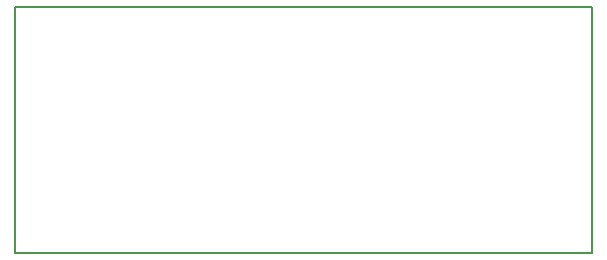
<source format=gbr>
G04 #@! TF.FileFunction,Profile,NP*
%FSLAX46Y46*%
G04 Gerber Fmt 4.6, Leading zero omitted, Abs format (unit mm)*
G04 Created by KiCad (PCBNEW 4.0.6) date 09/27/17 20:09:39*
%MOMM*%
%LPD*%
G01*
G04 APERTURE LIST*
%ADD10C,0.100000*%
%ADD11C,0.150000*%
G04 APERTURE END LIST*
D10*
D11*
X135500000Y-115400000D02*
X135500000Y-94600000D01*
X184300000Y-115400000D02*
X135500000Y-115400000D01*
X184300000Y-94600000D02*
X184300000Y-115400000D01*
X135500000Y-94600000D02*
X184300000Y-94600000D01*
M02*

</source>
